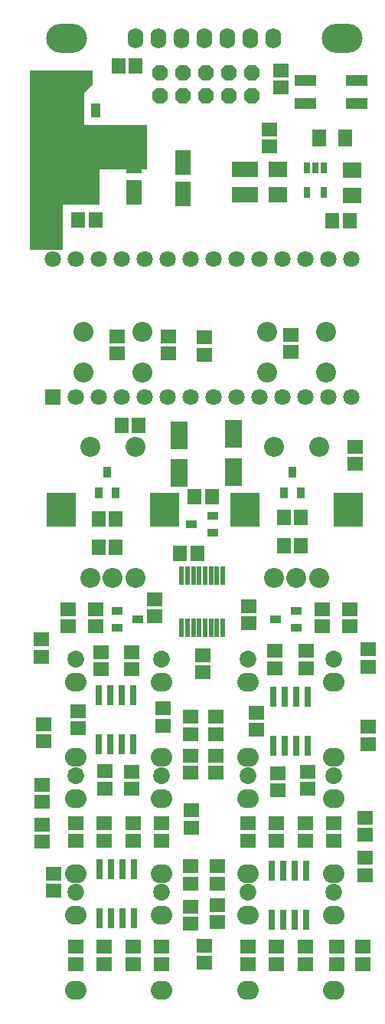
<source format=gts>
G04 DipTrace 3.1.0.0*
G04 uO_c.GTS*
%MOIN*%
G04 #@! TF.FileFunction,Soldermask,Top*
G04 #@! TF.Part,Single*
%AMOUTLINE0*
4,1,4,
-0.019685,-0.031496,
0.019685,-0.031496,
0.019685,0.031496,
-0.019685,0.031496,
-0.019685,-0.031496,
0*%
%AMOUTLINE1*
4,1,4,
-0.106299,-0.122047,
0.106299,-0.122047,
0.106299,0.122047,
-0.106299,0.122047,
-0.106299,-0.122047,
0*%
%AMOUTLINE2*5,1,8,0,0,0.074,-202.499184*%
%AMOUTLINE3*
4,1,4,
-0.031496,-0.035492,
0.031496,-0.035492,
0.031496,0.035492,
-0.031496,0.035492,
-0.031496,-0.035492,
0*%
%ADD59O,0.068031X0.088031*%
%ADD61R,0.031654X0.051339*%
%ADD63R,0.031654X0.086772*%
%ADD65R,0.02378X0.078898*%
%ADD67C,0.071024*%
%ADD69R,0.071024X0.071024*%
%ADD71R,0.033622X0.04937*%
%ADD73R,0.04937X0.033622*%
%ADD75R,0.114331X0.071024*%
%ADD77C,0.073031*%
%ADD79O,0.093031X0.083031*%
%ADD81O,0.177323X0.126142*%
%ADD83R,0.126142X0.145827*%
%ADD85C,0.086772*%
%ADD87R,0.094646X0.047402*%
%ADD89R,0.059213X0.067087*%
%ADD91R,0.071024X0.108425*%
%ADD93R,0.067087X0.059213*%
%ADD95R,0.078898X0.071024*%
%ADD97R,0.072992X0.120236*%
%ADD105OUTLINE0*%
%ADD106OUTLINE1*%
%ADD107OUTLINE2*%
%ADD108OUTLINE3*%
%FSLAX26Y26*%
G04*
G70*
G90*
G75*
G01*
G04 TopMask*
%LPD*%
D97*
X1292210Y2710014D3*
Y2875368D3*
X1054710Y2869119D3*
Y2703764D3*
D95*
X1485955Y4025363D3*
Y3915127D3*
X1810958Y3912862D3*
Y4023098D3*
D93*
X1160960Y1912862D3*
Y1838058D3*
X1448399Y4124970D3*
Y4199774D3*
D91*
X861085Y4063010D3*
Y3925215D3*
D89*
X1135762Y2356616D3*
X1060959D3*
X1798262Y3800362D3*
X1723459D3*
D93*
X1360959Y2050363D3*
Y2125166D3*
X510959Y962667D3*
Y887864D3*
X1167178Y575343D3*
Y650146D3*
X1742210Y569112D3*
Y643915D3*
D89*
X692013Y3806615D3*
X617210D3*
D93*
X1479710Y569211D3*
Y644014D3*
Y1181514D3*
Y1106711D3*
X604710Y569211D3*
Y644014D3*
X729710Y1181514D3*
Y1106711D3*
X1110959Y1162863D3*
Y1237666D3*
X1104710Y994112D3*
Y919309D3*
Y819112D3*
Y744309D3*
X1617308Y1331711D3*
Y1406514D3*
X985927Y1606604D3*
Y1681408D3*
D91*
X1073597Y4056761D3*
Y3918965D3*
D93*
X1473557Y1856514D3*
Y1931317D3*
X731854Y1332104D3*
Y1406908D3*
X717210Y1850363D3*
Y1925166D3*
X948427Y2156171D3*
Y2081368D3*
X1823459Y2818915D3*
Y2744112D3*
X1167210Y3219112D3*
Y3293915D3*
X1010959Y3225363D3*
Y3300166D3*
X1498393Y4456186D3*
Y4381383D3*
D89*
X879519Y2912598D3*
X804716D3*
D93*
X617178Y1668908D3*
Y1594104D3*
X1392178Y1662854D3*
Y1588051D3*
D87*
X1604706Y4412866D3*
Y4312866D3*
X1829509D3*
Y4412866D3*
D85*
X1567210Y2248837D3*
X1665635D3*
X1468784D3*
X1665635Y2819703D3*
X1468784D3*
D83*
X1342800Y2544112D3*
X1791619D3*
D85*
X767210Y2248837D3*
X865635D3*
X668784D3*
X865635Y2819703D3*
X668784D3*
D83*
X542800Y2544112D3*
X991619D3*
D81*
X567178Y4594104D3*
D105*
X692212Y4281644D3*
X512685D3*
D106*
X602448Y3994242D3*
D79*
X1729710Y781112D3*
Y456112D3*
D77*
Y881112D3*
D79*
X1354710Y781112D3*
Y456112D3*
D77*
Y881112D3*
D79*
X979710Y781112D3*
Y456112D3*
D77*
Y881112D3*
D79*
X604710Y781112D3*
Y456112D3*
D77*
Y881112D3*
D79*
X1729710Y1793612D3*
Y1468612D3*
D77*
Y1893612D3*
D79*
X1354710Y1793612D3*
Y1468612D3*
D77*
Y1893612D3*
D79*
X979710Y1793612D3*
Y1468612D3*
D77*
Y1893612D3*
D79*
X604710Y1793612D3*
Y1468612D3*
D77*
Y1893612D3*
D79*
X1729710Y1287363D3*
Y962363D3*
D77*
Y1387363D3*
D79*
X1354710Y1287363D3*
Y962363D3*
D77*
Y1387363D3*
D79*
X979710Y1287363D3*
Y962363D3*
D77*
Y1387363D3*
D79*
X604710Y1287363D3*
Y962363D3*
D77*
Y1387363D3*
D107*
X1373459Y4444112D3*
Y4344112D3*
X1273459Y4444112D3*
Y4344112D3*
X1173459Y4444112D3*
Y4344112D3*
X1073459Y4444112D3*
Y4344112D3*
X973459Y4444112D3*
Y4344112D3*
D75*
X1342160Y4024981D3*
Y3914745D3*
D73*
X1567210Y2031612D3*
Y2106415D3*
X1476658Y2069014D3*
D71*
X1512584Y2617684D3*
X1587387D3*
X1549985Y2708236D3*
X706333Y2617684D3*
X781136D3*
X743735Y2708236D3*
D73*
X785959Y2106612D3*
Y2031809D3*
X876510Y2069211D3*
D93*
X1604710Y644014D3*
Y569211D3*
Y1106711D3*
Y1181514D3*
X1854710Y569211D3*
Y644014D3*
X1354710D3*
Y569211D3*
X1729710Y1181514D3*
Y1106711D3*
X1354710D3*
Y1181514D3*
X729710Y644014D3*
Y569211D3*
X854710Y1106711D3*
Y1181514D3*
Y569211D3*
Y644014D3*
X979710Y569211D3*
Y644014D3*
Y1181514D3*
Y1106711D3*
X604710D3*
Y1181514D3*
X1223460Y919309D3*
Y994112D3*
Y750363D3*
Y825166D3*
X1798360Y2112763D3*
Y2037960D3*
X1679611Y2112763D3*
Y2037960D3*
D89*
X1585959Y2387863D3*
X1511156D3*
X1585959Y2512863D3*
X1511156D3*
X779710Y2381612D3*
X704906D3*
X779710Y2506612D3*
X704906D3*
D93*
X573459Y2037863D3*
Y2112666D3*
X692210Y2037863D3*
Y2112666D3*
X1867111Y956711D3*
Y1031514D3*
X1485960Y1325363D3*
Y1400166D3*
X1879611Y1525461D3*
Y1600264D3*
X1217208Y1475362D3*
Y1400558D3*
X1867111Y1131711D3*
Y1206514D3*
X1610959Y1856612D3*
Y1931415D3*
X1879710Y1862863D3*
Y1937666D3*
X1217111Y1569408D3*
Y1644211D3*
X460959Y1275363D3*
Y1350166D3*
X848459Y1331612D3*
Y1406415D3*
X467210Y1537863D3*
Y1612666D3*
X1104710Y1475558D3*
Y1400755D3*
X460959Y1100362D3*
Y1175165D3*
X848460Y1850363D3*
Y1925166D3*
X454710Y1906612D3*
Y1981415D3*
X1104710Y1569506D3*
Y1644309D3*
D89*
X1123557Y2600267D3*
X1198360D3*
D93*
X1542210Y3231612D3*
Y3306415D3*
X785959Y3225363D3*
Y3300166D3*
D89*
X867210Y4474934D3*
X792406D3*
D108*
X1779614Y4162467D3*
X1667645D3*
D69*
X504710Y3035993D3*
D67*
X604710D3*
X704710D3*
X804710D3*
X904710D3*
X1004710D3*
X1104710D3*
X1204710D3*
X1304710D3*
X1404710D3*
X1504710D3*
X1604710D3*
X1704710D3*
X1804710D3*
Y3635993D3*
X1704710D3*
X1604710D3*
X1504710D3*
X1404710D3*
X1304710D3*
X1204710D3*
X1104710D3*
X1004710D3*
X904710D3*
X804710D3*
X704710D3*
X604710D3*
X504710D3*
D65*
X1067210Y2031612D3*
X1092800D3*
X1118391D3*
X1143981D3*
X1169572D3*
X1195162D3*
X1220753D3*
X1246343D3*
Y2259967D3*
X1220753Y2259959D3*
X1195162D3*
X1169572D3*
X1143981D3*
X1118391D3*
X1092800D3*
X1067210D3*
D63*
X1460959Y762863D3*
X1510959D3*
X1560959D3*
X1610959D3*
Y975461D3*
X1560959D3*
X1510959D3*
X1460959D3*
X710959Y769112D3*
X760959D3*
X810959D3*
X860959D3*
Y981711D3*
X810959D3*
X760959D3*
X710959D3*
X1467210Y1519112D3*
X1517210D3*
X1567210D3*
X1617210D3*
Y1731711D3*
X1567210D3*
X1517210D3*
X1467210D3*
D73*
X1201510Y2444310D3*
Y2519114D3*
X1110959Y2481712D3*
D61*
X1685956Y4031612D3*
X1648555D3*
X1611153D3*
Y3925313D3*
X1685956D3*
D85*
X1695162Y3318325D3*
Y3141159D3*
X1439257D3*
Y3318325D3*
X895162D3*
Y3141159D3*
X639257D3*
Y3318325D3*
D63*
X704710Y1525363D3*
X754710D3*
X804710D3*
X854710D3*
Y1737961D3*
X804710D3*
X754710D3*
X704710D3*
D59*
X1467147Y4593671D3*
X1367147D3*
X1267147D3*
X1167147D3*
X1067147D3*
X967147D3*
X867147D3*
D81*
X1767178Y4594104D3*
G36*
X404758Y3675010D2*
X548493D1*
Y3887488D1*
X710976D1*
Y4024973D1*
X917204D1*
Y4218703D1*
X642233D1*
Y4356188D1*
X679729Y4393684D1*
Y4456178D1*
X404758D1*
D1*
Y3675010D1*
G37*
M02*

</source>
